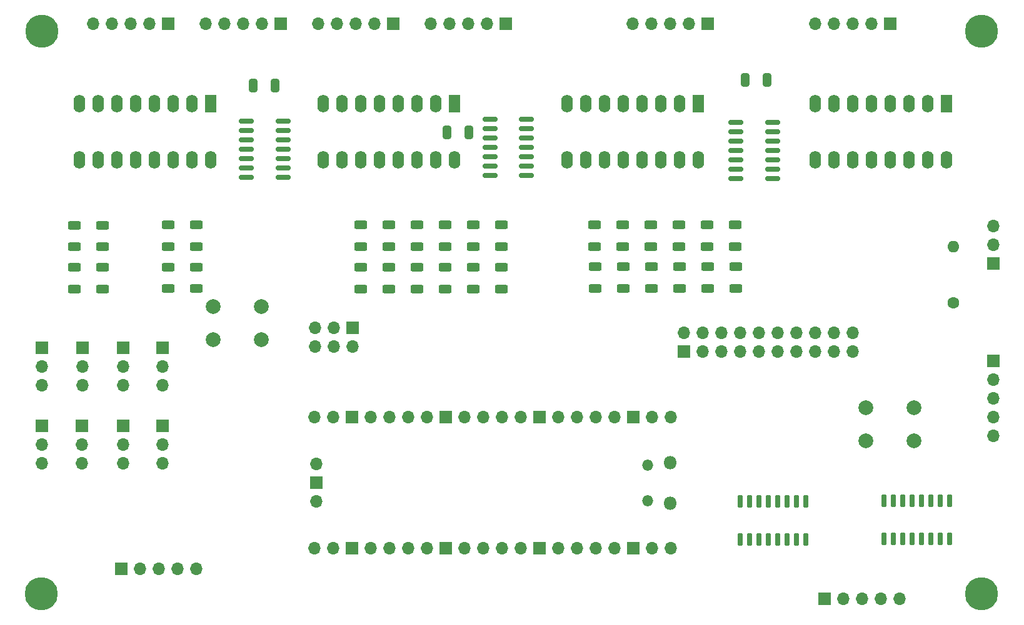
<source format=gbr>
%TF.GenerationSoftware,KiCad,Pcbnew,8.0.1*%
%TF.CreationDate,2024-04-12T11:28:31-03:00*%
%TF.ProjectId,PonchoRema,506f6e63-686f-4526-956d-612e6b696361,rev?*%
%TF.SameCoordinates,Original*%
%TF.FileFunction,Soldermask,Bot*%
%TF.FilePolarity,Negative*%
%FSLAX46Y46*%
G04 Gerber Fmt 4.6, Leading zero omitted, Abs format (unit mm)*
G04 Created by KiCad (PCBNEW 8.0.1) date 2024-04-12 11:28:31*
%MOMM*%
%LPD*%
G01*
G04 APERTURE LIST*
G04 Aperture macros list*
%AMRoundRect*
0 Rectangle with rounded corners*
0 $1 Rounding radius*
0 $2 $3 $4 $5 $6 $7 $8 $9 X,Y pos of 4 corners*
0 Add a 4 corners polygon primitive as box body*
4,1,4,$2,$3,$4,$5,$6,$7,$8,$9,$2,$3,0*
0 Add four circle primitives for the rounded corners*
1,1,$1+$1,$2,$3*
1,1,$1+$1,$4,$5*
1,1,$1+$1,$6,$7*
1,1,$1+$1,$8,$9*
0 Add four rect primitives between the rounded corners*
20,1,$1+$1,$2,$3,$4,$5,0*
20,1,$1+$1,$4,$5,$6,$7,0*
20,1,$1+$1,$6,$7,$8,$9,0*
20,1,$1+$1,$8,$9,$2,$3,0*%
G04 Aperture macros list end*
%ADD10R,1.700000X1.700000*%
%ADD11O,1.700000X1.700000*%
%ADD12C,4.500000*%
%ADD13O,1.800000X1.800000*%
%ADD14O,1.500000X1.500000*%
%ADD15C,2.000000*%
%ADD16R,1.600000X2.400000*%
%ADD17O,1.600000X2.400000*%
%ADD18C,1.600000*%
%ADD19O,1.600000X1.600000*%
%ADD20RoundRect,0.150000X-0.150000X0.725000X-0.150000X-0.725000X0.150000X-0.725000X0.150000X0.725000X0*%
%ADD21RoundRect,0.250000X0.625000X-0.312500X0.625000X0.312500X-0.625000X0.312500X-0.625000X-0.312500X0*%
%ADD22RoundRect,0.250000X-0.325000X-0.650000X0.325000X-0.650000X0.325000X0.650000X-0.325000X0.650000X0*%
%ADD23RoundRect,0.250000X0.325000X0.650000X-0.325000X0.650000X-0.325000X-0.650000X0.325000X-0.650000X0*%
%ADD24RoundRect,0.150000X0.825000X0.150000X-0.825000X0.150000X-0.825000X-0.150000X0.825000X-0.150000X0*%
G04 APERTURE END LIST*
D10*
%TO.C,J5*%
X168910000Y-55885000D03*
D11*
X166370000Y-55885000D03*
X163830000Y-55885000D03*
X161290000Y-55885000D03*
X158750000Y-55885000D03*
%TD*%
D10*
%TO.C,J2*%
X101600000Y-55875000D03*
D11*
X99060000Y-55875000D03*
X96520000Y-55875000D03*
X93980000Y-55875000D03*
X91440000Y-55875000D03*
%TD*%
D12*
%TO.C,H2*%
X53880000Y-133110000D03*
%TD*%
%TO.C,H1*%
X181215500Y-56856500D03*
%TD*%
D10*
%TO.C,JP8*%
X59436000Y-110363000D03*
D11*
X59436000Y-112903000D03*
X59436000Y-115443000D03*
%TD*%
D10*
%TO.C,JP1*%
X65032332Y-99822000D03*
D11*
X65032332Y-102362000D03*
X65032332Y-104902000D03*
%TD*%
D13*
%TO.C,U1*%
X139062000Y-115385000D03*
D14*
X136032000Y-115685000D03*
X136032000Y-120535000D03*
D13*
X139062000Y-120835000D03*
D11*
X139192000Y-109220000D03*
X136652000Y-109220000D03*
D10*
X134112000Y-109220000D03*
D11*
X131572000Y-109220000D03*
X129032000Y-109220000D03*
X126492000Y-109220000D03*
X123952000Y-109220000D03*
D10*
X121412000Y-109220000D03*
D11*
X118872000Y-109220000D03*
X116332000Y-109220000D03*
X113792000Y-109220000D03*
X111252000Y-109220000D03*
D10*
X108712000Y-109220000D03*
D11*
X106172000Y-109220000D03*
X103632000Y-109220000D03*
X101092000Y-109220000D03*
X98552000Y-109220000D03*
D10*
X96012000Y-109220000D03*
D11*
X93472000Y-109220000D03*
X90932000Y-109220000D03*
X90932000Y-127000000D03*
X93472000Y-127000000D03*
D10*
X96012000Y-127000000D03*
D11*
X98552000Y-127000000D03*
X101092000Y-127000000D03*
X103632000Y-127000000D03*
X106172000Y-127000000D03*
D10*
X108712000Y-127000000D03*
D11*
X111252000Y-127000000D03*
X113792000Y-127000000D03*
X116332000Y-127000000D03*
X118872000Y-127000000D03*
D10*
X121412000Y-127000000D03*
D11*
X123952000Y-127000000D03*
X126492000Y-127000000D03*
X129032000Y-127000000D03*
X131572000Y-127000000D03*
D10*
X134112000Y-127000000D03*
D11*
X136652000Y-127000000D03*
X139192000Y-127000000D03*
X91162000Y-115570000D03*
D10*
X91162000Y-118110000D03*
D11*
X91162000Y-120650000D03*
%TD*%
D10*
%TO.C,JP2*%
X70358000Y-99822000D03*
D11*
X70358000Y-102362000D03*
X70358000Y-104902000D03*
%TD*%
D12*
%TO.C,H3*%
X181215500Y-133106500D03*
%TD*%
D10*
%TO.C,JP4*%
X59461000Y-99822000D03*
D11*
X59461000Y-102362000D03*
X59461000Y-104902000D03*
%TD*%
D10*
%TO.C,J3*%
X86360000Y-55880000D03*
D11*
X83820000Y-55880000D03*
X81280000Y-55880000D03*
X78740000Y-55880000D03*
X76200000Y-55880000D03*
%TD*%
D15*
%TO.C,SW1*%
X77193000Y-94179000D03*
X83693000Y-94179000D03*
X77193000Y-98679000D03*
X83693000Y-98679000D03*
%TD*%
D10*
%TO.C,J6*%
X144140000Y-55885000D03*
D11*
X141600000Y-55885000D03*
X139060000Y-55885000D03*
X136520000Y-55885000D03*
X133980000Y-55885000D03*
%TD*%
D10*
%TO.C,JP6*%
X70358000Y-110363000D03*
D11*
X70358000Y-112903000D03*
X70358000Y-115443000D03*
%TD*%
D10*
%TO.C,JP3*%
X53991666Y-99822000D03*
D11*
X53991666Y-102362000D03*
X53991666Y-104902000D03*
%TD*%
D15*
%TO.C,SW2*%
X172085000Y-112395000D03*
X165585000Y-112395000D03*
X172085000Y-107895000D03*
X165585000Y-107895000D03*
%TD*%
D16*
%TO.C,U2*%
X109865000Y-66685000D03*
D17*
X107325000Y-66685000D03*
X104785000Y-66685000D03*
X102245000Y-66685000D03*
X99705000Y-66685000D03*
X97165000Y-66685000D03*
X94625000Y-66685000D03*
X92085000Y-66685000D03*
X92085000Y-74305000D03*
X94625000Y-74305000D03*
X97165000Y-74305000D03*
X99705000Y-74305000D03*
X102245000Y-74305000D03*
X104785000Y-74305000D03*
X107325000Y-74305000D03*
X109865000Y-74305000D03*
%TD*%
D10*
%TO.C,P1*%
X140970000Y-100330000D03*
D11*
X140970000Y-97790000D03*
X143510000Y-100330000D03*
X143510000Y-97790000D03*
X146050000Y-100330000D03*
X146050000Y-97790000D03*
X148590000Y-100330000D03*
X148590000Y-97790000D03*
X151130000Y-100330000D03*
X151130000Y-97790000D03*
X153670000Y-100330000D03*
X153670000Y-97790000D03*
X156210000Y-100330000D03*
X156210000Y-97790000D03*
X158750000Y-100330000D03*
X158750000Y-97790000D03*
X161290000Y-100330000D03*
X161290000Y-97790000D03*
X163830000Y-100330000D03*
X163830000Y-97790000D03*
%TD*%
D18*
%TO.C,R1*%
X177419000Y-93726000D03*
D19*
X177419000Y-86106000D03*
%TD*%
D10*
%TO.C,JP7*%
X53975000Y-110363000D03*
D11*
X53975000Y-112903000D03*
X53975000Y-115443000D03*
%TD*%
D10*
%TO.C,J4*%
X71120000Y-55880000D03*
D11*
X68580000Y-55880000D03*
X66040000Y-55880000D03*
X63500000Y-55880000D03*
X60960000Y-55880000D03*
%TD*%
D10*
%TO.C,J10*%
X160020000Y-133858000D03*
D11*
X162560000Y-133858000D03*
X165100000Y-133858000D03*
X167640000Y-133858000D03*
X170180000Y-133858000D03*
%TD*%
D10*
%TO.C,J7*%
X182880000Y-88392000D03*
D11*
X182880000Y-85852000D03*
X182880000Y-83312000D03*
%TD*%
D12*
%TO.C,H4*%
X53965500Y-56856500D03*
%TD*%
D16*
%TO.C,U3*%
X76835000Y-66685000D03*
D17*
X74295000Y-66685000D03*
X71755000Y-66685000D03*
X69215000Y-66685000D03*
X66675000Y-66685000D03*
X64135000Y-66685000D03*
X61595000Y-66685000D03*
X59055000Y-66685000D03*
X59055000Y-74305000D03*
X61595000Y-74305000D03*
X64135000Y-74305000D03*
X66675000Y-74305000D03*
X69215000Y-74305000D03*
X71755000Y-74305000D03*
X74295000Y-74305000D03*
X76835000Y-74305000D03*
%TD*%
D10*
%TO.C,J8*%
X182880000Y-101600000D03*
D11*
X182880000Y-104140000D03*
X182880000Y-106680000D03*
X182880000Y-109220000D03*
X182880000Y-111760000D03*
%TD*%
D16*
%TO.C,U5*%
X142875000Y-66685000D03*
D17*
X140335000Y-66685000D03*
X137795000Y-66685000D03*
X135255000Y-66685000D03*
X132715000Y-66685000D03*
X130175000Y-66685000D03*
X127635000Y-66685000D03*
X125095000Y-66685000D03*
X125095000Y-74305000D03*
X127635000Y-74305000D03*
X130175000Y-74305000D03*
X132715000Y-74305000D03*
X135255000Y-74305000D03*
X137795000Y-74305000D03*
X140335000Y-74305000D03*
X142875000Y-74305000D03*
%TD*%
D10*
%TO.C,P2*%
X96105366Y-97036905D03*
D11*
X96105366Y-99576905D03*
X93565366Y-97036905D03*
X93565366Y-99576905D03*
X91025366Y-97036905D03*
X91025366Y-99576905D03*
%TD*%
D16*
%TO.C,U4*%
X176530000Y-66685000D03*
D17*
X173990000Y-66685000D03*
X171450000Y-66685000D03*
X168910000Y-66685000D03*
X166370000Y-66685000D03*
X163830000Y-66685000D03*
X161290000Y-66685000D03*
X158750000Y-66685000D03*
X158750000Y-74305000D03*
X161290000Y-74305000D03*
X163830000Y-74305000D03*
X166370000Y-74305000D03*
X168910000Y-74305000D03*
X171450000Y-74305000D03*
X173990000Y-74305000D03*
X176530000Y-74305000D03*
%TD*%
D10*
%TO.C,JP5*%
X65024000Y-110363000D03*
D11*
X65024000Y-112903000D03*
X65024000Y-115443000D03*
%TD*%
D10*
%TO.C,J1*%
X116840000Y-55875000D03*
D11*
X114300000Y-55875000D03*
X111760000Y-55875000D03*
X109220000Y-55875000D03*
X106680000Y-55875000D03*
%TD*%
D10*
%TO.C,J9*%
X64770000Y-129794000D03*
D11*
X67310000Y-129794000D03*
X69850000Y-129794000D03*
X72390000Y-129794000D03*
X74930000Y-129794000D03*
%TD*%
D20*
%TO.C,U9*%
X168021000Y-120523000D03*
X169291000Y-120523000D03*
X170561000Y-120523000D03*
X171831000Y-120523000D03*
X173101000Y-120523000D03*
X174371000Y-120523000D03*
X175641000Y-120523000D03*
X176911000Y-120523000D03*
X176911000Y-125673000D03*
X175641000Y-125673000D03*
X174371000Y-125673000D03*
X173101000Y-125673000D03*
X171831000Y-125673000D03*
X170561000Y-125673000D03*
X169291000Y-125673000D03*
X168021000Y-125673000D03*
%TD*%
D21*
%TO.C,R69*%
X97142790Y-86074793D03*
X97142790Y-83149793D03*
%TD*%
D22*
%TO.C,C4*%
X149225000Y-63500000D03*
X152175000Y-63500000D03*
%TD*%
D21*
%TO.C,R79*%
X140308638Y-86032500D03*
X140308638Y-83107500D03*
%TD*%
D23*
%TO.C,C5*%
X111789000Y-70612000D03*
X108839000Y-70612000D03*
%TD*%
D21*
%TO.C,R65*%
X104762790Y-86074793D03*
X104762790Y-83149793D03*
%TD*%
%TO.C,R63*%
X108572790Y-86074793D03*
X108572790Y-83149793D03*
%TD*%
%TO.C,R88*%
X71120000Y-91760598D03*
X71120000Y-88835598D03*
%TD*%
%TO.C,R78*%
X144145000Y-91747500D03*
X144145000Y-88822500D03*
%TD*%
%TO.C,R84*%
X132715000Y-91747500D03*
X132715000Y-88822500D03*
%TD*%
%TO.C,R90*%
X74930000Y-91760598D03*
X74930000Y-88835598D03*
%TD*%
D24*
%TO.C,U7*%
X152970000Y-69215000D03*
X152970000Y-70485000D03*
X152970000Y-71755000D03*
X152970000Y-73025000D03*
X152970000Y-74295000D03*
X152970000Y-75565000D03*
X152970000Y-76835000D03*
X148020000Y-76835000D03*
X148020000Y-75565000D03*
X148020000Y-74295000D03*
X148020000Y-73025000D03*
X148020000Y-71755000D03*
X148020000Y-70485000D03*
X148020000Y-69215000D03*
%TD*%
D21*
%TO.C,R77*%
X144118638Y-86032500D03*
X144118638Y-83107500D03*
%TD*%
%TO.C,R71*%
X58420000Y-86110000D03*
X58420000Y-83185000D03*
%TD*%
D20*
%TO.C,U10*%
X148590000Y-120650000D03*
X149860000Y-120650000D03*
X151130000Y-120650000D03*
X152400000Y-120650000D03*
X153670000Y-120650000D03*
X154940000Y-120650000D03*
X156210000Y-120650000D03*
X157480000Y-120650000D03*
X157480000Y-125800000D03*
X156210000Y-125800000D03*
X154940000Y-125800000D03*
X153670000Y-125800000D03*
X152400000Y-125800000D03*
X151130000Y-125800000D03*
X149860000Y-125800000D03*
X148590000Y-125800000D03*
%TD*%
D21*
%TO.C,R86*%
X128905000Y-91747500D03*
X128905000Y-88822500D03*
%TD*%
%TO.C,R76*%
X147955000Y-91747500D03*
X147955000Y-88822500D03*
%TD*%
%TO.C,R81*%
X136498638Y-86032500D03*
X136498638Y-83107500D03*
%TD*%
%TO.C,R87*%
X71120000Y-86045598D03*
X71120000Y-83120598D03*
%TD*%
%TO.C,R82*%
X136525000Y-91747500D03*
X136525000Y-88822500D03*
%TD*%
D22*
%TO.C,C3*%
X82648000Y-64262000D03*
X85598000Y-64262000D03*
%TD*%
D21*
%TO.C,R66*%
X104775000Y-91789793D03*
X104775000Y-88864793D03*
%TD*%
%TO.C,R73*%
X62230000Y-86110000D03*
X62230000Y-83185000D03*
%TD*%
%TO.C,R70*%
X97155000Y-91789793D03*
X97155000Y-88864793D03*
%TD*%
%TO.C,R89*%
X74930000Y-86045598D03*
X74930000Y-83120598D03*
%TD*%
%TO.C,R91*%
X112382790Y-86074793D03*
X112382790Y-83149793D03*
%TD*%
%TO.C,R61*%
X116192790Y-86074793D03*
X116192790Y-83149793D03*
%TD*%
%TO.C,R85*%
X128878638Y-86032500D03*
X128878638Y-83107500D03*
%TD*%
%TO.C,R74*%
X62230000Y-91825000D03*
X62230000Y-88900000D03*
%TD*%
D24*
%TO.C,U6*%
X86676000Y-69088000D03*
X86676000Y-70358000D03*
X86676000Y-71628000D03*
X86676000Y-72898000D03*
X86676000Y-74168000D03*
X86676000Y-75438000D03*
X86676000Y-76708000D03*
X81726000Y-76708000D03*
X81726000Y-75438000D03*
X81726000Y-74168000D03*
X81726000Y-72898000D03*
X81726000Y-71628000D03*
X81726000Y-70358000D03*
X81726000Y-69088000D03*
%TD*%
D21*
%TO.C,R72*%
X58420000Y-91825000D03*
X58420000Y-88900000D03*
%TD*%
%TO.C,R62*%
X116205000Y-91789793D03*
X116205000Y-88864793D03*
%TD*%
%TO.C,R75*%
X147928638Y-86032500D03*
X147928638Y-83107500D03*
%TD*%
%TO.C,R67*%
X100952790Y-86074793D03*
X100952790Y-83149793D03*
%TD*%
%TO.C,R83*%
X132688638Y-86032500D03*
X132688638Y-83107500D03*
%TD*%
%TO.C,R92*%
X112395000Y-91789793D03*
X112395000Y-88864793D03*
%TD*%
D24*
%TO.C,U8*%
X119631000Y-68834000D03*
X119631000Y-70104000D03*
X119631000Y-71374000D03*
X119631000Y-72644000D03*
X119631000Y-73914000D03*
X119631000Y-75184000D03*
X119631000Y-76454000D03*
X114681000Y-76454000D03*
X114681000Y-75184000D03*
X114681000Y-73914000D03*
X114681000Y-72644000D03*
X114681000Y-71374000D03*
X114681000Y-70104000D03*
X114681000Y-68834000D03*
%TD*%
D21*
%TO.C,R64*%
X108585000Y-91789793D03*
X108585000Y-88864793D03*
%TD*%
%TO.C,R80*%
X140335000Y-91747500D03*
X140335000Y-88822500D03*
%TD*%
%TO.C,R68*%
X100965000Y-91789793D03*
X100965000Y-88864793D03*
%TD*%
M02*

</source>
